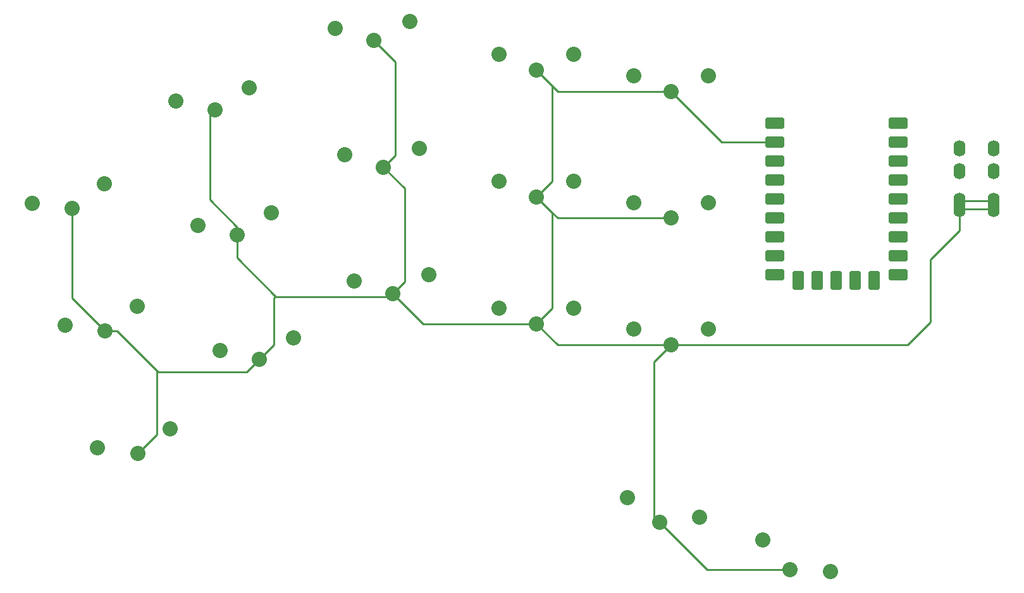
<source format=gbr>
%TF.GenerationSoftware,KiCad,Pcbnew,7.0.8-7.0.8~ubuntu23.04.1*%
%TF.CreationDate,2023-10-06T20:00:32+03:00*%
%TF.ProjectId,joyride,6a6f7972-6964-4652-9e6b-696361645f70,v1.0.0*%
%TF.SameCoordinates,Original*%
%TF.FileFunction,Copper,L2,Bot*%
%TF.FilePolarity,Positive*%
%FSLAX46Y46*%
G04 Gerber Fmt 4.6, Leading zero omitted, Abs format (unit mm)*
G04 Created by KiCad (PCBNEW 7.0.8-7.0.8~ubuntu23.04.1) date 2023-10-06 20:00:32*
%MOMM*%
%LPD*%
G01*
G04 APERTURE LIST*
G04 Aperture macros list*
%AMRoundRect*
0 Rectangle with rounded corners*
0 $1 Rounding radius*
0 $2 $3 $4 $5 $6 $7 $8 $9 X,Y pos of 4 corners*
0 Add a 4 corners polygon primitive as box body*
4,1,4,$2,$3,$4,$5,$6,$7,$8,$9,$2,$3,0*
0 Add four circle primitives for the rounded corners*
1,1,$1+$1,$2,$3*
1,1,$1+$1,$4,$5*
1,1,$1+$1,$6,$7*
1,1,$1+$1,$8,$9*
0 Add four rect primitives between the rounded corners*
20,1,$1+$1,$2,$3,$4,$5,0*
20,1,$1+$1,$4,$5,$6,$7,0*
20,1,$1+$1,$6,$7,$8,$9,0*
20,1,$1+$1,$8,$9,$2,$3,0*%
G04 Aperture macros list end*
%TA.AperFunction,ComponentPad*%
%ADD10C,2.032000*%
%TD*%
%TA.AperFunction,ComponentPad*%
%ADD11RoundRect,0.400050X-0.899950X-0.400050X0.899950X-0.400050X0.899950X0.400050X-0.899950X0.400050X0*%
%TD*%
%TA.AperFunction,ComponentPad*%
%ADD12RoundRect,0.393700X-0.393700X-0.906300X0.393700X-0.906300X0.393700X0.906300X-0.393700X0.906300X0*%
%TD*%
%TA.AperFunction,ComponentPad*%
%ADD13RoundRect,0.400000X-0.400000X-0.900000X0.400000X-0.900000X0.400000X0.900000X-0.400000X0.900000X0*%
%TD*%
%TA.AperFunction,ComponentPad*%
%ADD14RoundRect,0.400000X-0.900000X-0.400000X0.900000X-0.400000X0.900000X0.400000X-0.900000X0.400000X0*%
%TD*%
%TA.AperFunction,ComponentPad*%
%ADD15O,1.600000X2.200000*%
%TD*%
%TA.AperFunction,Conductor*%
%ADD16C,0.250000*%
%TD*%
G04 APERTURE END LIST*
D10*
%TO.P,S1,1*%
%TO.N,GP3*%
X91753959Y-105543874D03*
%TO.P,S1,2*%
%TO.N,GND*%
X97127108Y-106278223D03*
%TO.P,S1,1*%
%TO.N,GP3*%
X101413218Y-102955684D03*
%TO.P,S1,2*%
%TO.N,GND*%
X97127108Y-106278223D03*
%TD*%
%TO.P,S2,1*%
%TO.N,GP8*%
X87354035Y-89123135D03*
%TO.P,S2,2*%
%TO.N,GND*%
X92727184Y-89857484D03*
%TO.P,S2,1*%
%TO.N,GP8*%
X97013294Y-86534945D03*
%TO.P,S2,2*%
%TO.N,GND*%
X92727184Y-89857484D03*
%TD*%
%TO.P,S3,1*%
%TO.N,GP13*%
X82954112Y-72702396D03*
%TO.P,S3,2*%
%TO.N,GND*%
X88327261Y-73436745D03*
%TO.P,S3,1*%
%TO.N,GP13*%
X92613371Y-70114206D03*
%TO.P,S3,2*%
%TO.N,GND*%
X88327261Y-73436745D03*
%TD*%
%TO.P,S4,1*%
%TO.N,GP4*%
X108099918Y-92482629D03*
%TO.P,S4,2*%
%TO.N,GND*%
X113388618Y-93682485D03*
%TO.P,S4,1*%
%TO.N,GP4*%
X117947996Y-90746148D03*
%TO.P,S4,2*%
%TO.N,GND*%
X113388618Y-93682485D03*
%TD*%
%TO.P,S5,1*%
%TO.N,GP9*%
X105147898Y-75740897D03*
%TO.P,S5,2*%
%TO.N,GND*%
X110436598Y-76940753D03*
%TO.P,S5,1*%
%TO.N,GP9*%
X114995976Y-74004416D03*
%TO.P,S5,2*%
%TO.N,GND*%
X110436598Y-76940753D03*
%TD*%
%TO.P,S6,1*%
%TO.N,GP14*%
X102195879Y-58999165D03*
%TO.P,S6,2*%
%TO.N,GND*%
X107484579Y-60199021D03*
%TO.P,S6,1*%
%TO.N,GP14*%
X112043957Y-57262684D03*
%TO.P,S6,2*%
%TO.N,GND*%
X107484579Y-60199021D03*
%TD*%
%TO.P,S7,1*%
%TO.N,GP5*%
X126126455Y-83176184D03*
%TO.P,S7,2*%
%TO.N,GND*%
X131290456Y-84832414D03*
%TO.P,S7,1*%
%TO.N,GP5*%
X136088402Y-82304626D03*
%TO.P,S7,2*%
%TO.N,GND*%
X131290456Y-84832414D03*
%TD*%
%TO.P,S8,1*%
%TO.N,GP10*%
X124844046Y-66223443D03*
%TO.P,S8,2*%
%TO.N,GND*%
X130008047Y-67879673D03*
%TO.P,S8,1*%
%TO.N,GP10*%
X134805993Y-65351885D03*
%TO.P,S8,2*%
%TO.N,GND*%
X130008047Y-67879673D03*
%TD*%
%TO.P,S9,1*%
%TO.N,GP15*%
X123561638Y-49270702D03*
%TO.P,S9,2*%
%TO.N,GND*%
X128725639Y-50926932D03*
%TO.P,S9,1*%
%TO.N,GP15*%
X133523585Y-48399144D03*
%TO.P,S9,2*%
%TO.N,GND*%
X128725639Y-50926932D03*
%TD*%
%TO.P,S10,1*%
%TO.N,GP6*%
X145484033Y-86783906D03*
%TO.P,S10,2*%
%TO.N,GND*%
X150484033Y-88883906D03*
%TO.P,S10,1*%
%TO.N,GP6*%
X155484033Y-86783906D03*
%TO.P,S10,2*%
%TO.N,GND*%
X150484033Y-88883906D03*
%TD*%
%TO.P,S11,1*%
%TO.N,GP11*%
X145484033Y-69783906D03*
%TO.P,S11,2*%
%TO.N,GND*%
X150484033Y-71883906D03*
%TO.P,S11,1*%
%TO.N,GP11*%
X155484033Y-69783906D03*
%TO.P,S11,2*%
%TO.N,GND*%
X150484033Y-71883906D03*
%TD*%
%TO.P,S12,1*%
%TO.N,GP28*%
X145484033Y-52783906D03*
%TO.P,S12,2*%
%TO.N,GND*%
X150484033Y-54883906D03*
%TO.P,S12,1*%
%TO.N,GP28*%
X155484033Y-52783906D03*
%TO.P,S12,2*%
%TO.N,GND*%
X150484033Y-54883906D03*
%TD*%
%TO.P,S13,1*%
%TO.N,GP7*%
X163484033Y-89617239D03*
%TO.P,S13,2*%
%TO.N,GND*%
X168484033Y-91717239D03*
%TO.P,S13,1*%
%TO.N,GP7*%
X173484033Y-89617239D03*
%TO.P,S13,2*%
%TO.N,GND*%
X168484033Y-91717239D03*
%TD*%
%TO.P,S14,1*%
%TO.N,GP12*%
X163484033Y-72617239D03*
%TO.P,S14,2*%
%TO.N,GND*%
X168484033Y-74717239D03*
%TO.P,S14,1*%
%TO.N,GP12*%
X173484033Y-72617239D03*
%TO.P,S14,2*%
%TO.N,GND*%
X168484033Y-74717239D03*
%TD*%
%TO.P,S15,1*%
%TO.N,GP29*%
X163484033Y-55617239D03*
%TO.P,S15,2*%
%TO.N,GND*%
X168484033Y-57717239D03*
%TO.P,S15,1*%
%TO.N,GP29*%
X173484033Y-55617239D03*
%TO.P,S15,2*%
%TO.N,GND*%
X168484033Y-57717239D03*
%TD*%
%TO.P,S16,1*%
%TO.N,GP2*%
X162670891Y-112193662D03*
%TO.P,S16,2*%
%TO.N,GND*%
X166957001Y-115516201D03*
%TO.P,S16,1*%
%TO.N,GP2*%
X172330150Y-114781852D03*
%TO.P,S16,2*%
%TO.N,GND*%
X166957001Y-115516201D03*
%TD*%
%TO.P,S17,1*%
%TO.N,GP1*%
X180752740Y-117847424D03*
%TO.P,S17,2*%
%TO.N,GND*%
X184396780Y-121863762D03*
%TO.P,S17,1*%
%TO.N,GP1*%
X189815818Y-122073607D03*
%TO.P,S17,2*%
%TO.N,GND*%
X184396780Y-121863762D03*
%TD*%
D11*
%TO.P,RP2040Zero1,23*%
%TO.N,GP29*%
X182424033Y-69577239D03*
%TO.P,RP2040Zero1,22*%
%TO.N,GP28*%
X182424033Y-72117239D03*
%TO.P,RP2040Zero1,21*%
%TO.N,P3V3*%
X182424033Y-67037239D03*
%TO.P,RP2040Zero1,20*%
%TO.N,GND*%
X182424033Y-64497239D03*
%TO.P,RP2040Zero1,19*%
%TO.N,P5V*%
X182424033Y-61957239D03*
%TO.P,RP2040Zero1,18*%
%TO.N,GP27*%
X182424033Y-74657239D03*
%TO.P,RP2040Zero1,17*%
%TO.N,GP26*%
X182424033Y-77197239D03*
%TO.P,RP2040Zero1,16*%
%TO.N,GP15*%
X182424033Y-79737239D03*
%TO.P,RP2040Zero1,15*%
%TO.N,GP14*%
X182424033Y-82277239D03*
D12*
%TO.P,RP2040Zero1,14*%
%TO.N,GP13*%
X185564033Y-83087239D03*
%TO.P,RP2040Zero1,13*%
%TO.N,GP12*%
X188104033Y-83087239D03*
%TO.P,RP2040Zero1,12*%
%TO.N,GP11*%
X190644033Y-83087239D03*
%TO.P,RP2040Zero1,11*%
%TO.N,GP10*%
X193184033Y-83087239D03*
D13*
%TO.P,RP2040Zero1,10*%
%TO.N,GP9*%
X195724033Y-83087239D03*
D11*
%TO.P,RP2040Zero1,9*%
%TO.N,GP8*%
X198864033Y-82277239D03*
%TO.P,RP2040Zero1,8*%
%TO.N,GP7*%
X198864033Y-79737239D03*
%TO.P,RP2040Zero1,7*%
%TO.N,GP6*%
X198864033Y-77197239D03*
%TO.P,RP2040Zero1,6*%
%TO.N,GP5*%
X198864033Y-74657239D03*
D14*
%TO.P,RP2040Zero1,5*%
%TO.N,GP4*%
X198864033Y-72117239D03*
%TO.P,RP2040Zero1,4*%
%TO.N,GP3*%
X198864033Y-69577239D03*
%TO.P,RP2040Zero1,3*%
%TO.N,GP2*%
X198864033Y-67037239D03*
%TO.P,RP2040Zero1,2*%
%TO.N,GP1*%
X198864033Y-64497239D03*
%TO.P,RP2040Zero1,1*%
%TO.N,GP0*%
X198864033Y-61957239D03*
D11*
%TO.P,RP2040Zero1,23*%
%TO.N,GP29*%
X182424033Y-69577239D03*
%TO.P,RP2040Zero1,22*%
%TO.N,GP28*%
X182424033Y-72117239D03*
%TO.P,RP2040Zero1,21*%
%TO.N,P3V3*%
X182424033Y-67037239D03*
%TO.P,RP2040Zero1,20*%
%TO.N,GND*%
X182424033Y-64497239D03*
%TO.P,RP2040Zero1,19*%
%TO.N,P5V*%
X182424033Y-61957239D03*
%TO.P,RP2040Zero1,18*%
%TO.N,GP27*%
X182424033Y-74657239D03*
%TO.P,RP2040Zero1,17*%
%TO.N,GP26*%
X182424033Y-77197239D03*
%TO.P,RP2040Zero1,16*%
%TO.N,GP15*%
X182424033Y-79737239D03*
%TO.P,RP2040Zero1,15*%
%TO.N,GP14*%
X182424033Y-82277239D03*
D12*
%TO.P,RP2040Zero1,14*%
%TO.N,GP13*%
X185564033Y-83087239D03*
%TO.P,RP2040Zero1,13*%
%TO.N,GP12*%
X188104033Y-83087239D03*
%TO.P,RP2040Zero1,12*%
%TO.N,GP11*%
X190644033Y-83087239D03*
%TO.P,RP2040Zero1,11*%
%TO.N,GP10*%
X193184033Y-83087239D03*
D13*
%TO.P,RP2040Zero1,10*%
%TO.N,GP9*%
X195724033Y-83087239D03*
D11*
%TO.P,RP2040Zero1,9*%
%TO.N,GP8*%
X198864033Y-82277239D03*
%TO.P,RP2040Zero1,8*%
%TO.N,GP7*%
X198864033Y-79737239D03*
%TO.P,RP2040Zero1,7*%
%TO.N,GP6*%
X198864033Y-77197239D03*
%TO.P,RP2040Zero1,6*%
%TO.N,GP5*%
X198864033Y-74657239D03*
D14*
%TO.P,RP2040Zero1,5*%
%TO.N,GP4*%
X198864033Y-72117239D03*
%TO.P,RP2040Zero1,4*%
%TO.N,GP3*%
X198864033Y-69577239D03*
%TO.P,RP2040Zero1,3*%
%TO.N,GP2*%
X198864033Y-67037239D03*
%TO.P,RP2040Zero1,2*%
%TO.N,GP1*%
X198864033Y-64497239D03*
%TO.P,RP2040Zero1,1*%
%TO.N,GP0*%
X198864033Y-61957239D03*
%TD*%
D15*
%TO.P,TRRS1,1*%
%TO.N,GND*%
X211680000Y-73490000D03*
%TO.P,TRRS1,2*%
X207080000Y-72390000D03*
%TO.P,TRRS1,3*%
%TO.N,GP0*%
X207080000Y-68390000D03*
%TO.P,TRRS1,4*%
%TO.N,P3V3*%
X207080000Y-65390000D03*
%TO.P,TRRS1,1*%
%TO.N,GND*%
X207080000Y-73490000D03*
%TO.P,TRRS1,2*%
X211680000Y-72390000D03*
%TO.P,TRRS1,3*%
%TO.N,GP0*%
X211680000Y-68390000D03*
%TO.P,TRRS1,4*%
%TO.N,P3V3*%
X211680000Y-65390000D03*
%TD*%
D16*
%TO.N,GND*%
X203180000Y-80279682D02*
X203180000Y-88680000D01*
X207080000Y-76379682D02*
X203180000Y-80279682D01*
X203180000Y-88680000D02*
X200142761Y-91717239D01*
X207080000Y-72390000D02*
X207080000Y-76379682D01*
X200142761Y-91717239D02*
X168484033Y-91717239D01*
X211680000Y-72390000D02*
X207080000Y-72390000D01*
X211680000Y-73490000D02*
X207080000Y-73490000D01*
X168484033Y-57717239D02*
X175264033Y-64497239D01*
X175264033Y-64497239D02*
X183024033Y-64497239D01*
X150484033Y-54883906D02*
X153317366Y-57717239D01*
X153317366Y-57717239D02*
X168484033Y-57717239D01*
X152573533Y-73973406D02*
X151945064Y-73344936D01*
X151945064Y-73344936D02*
X150484033Y-71883906D01*
X168484033Y-74717239D02*
X153317367Y-74717239D01*
X153317367Y-74717239D02*
X151945064Y-73344936D01*
X150484033Y-71883906D02*
X152573533Y-69794406D01*
X152573533Y-69794406D02*
X152573533Y-56973406D01*
X152573533Y-56973406D02*
X150484033Y-54883906D01*
X150484033Y-88883906D02*
X152573533Y-86794406D01*
X152573533Y-86794406D02*
X152573533Y-73973406D01*
X130008047Y-67879673D02*
X131583328Y-66304392D01*
X131583328Y-66304392D02*
X131583328Y-53784621D01*
X131583328Y-53784621D02*
X128725639Y-50926932D01*
X131290456Y-84832414D02*
X132865737Y-83257133D01*
X132865737Y-83257133D02*
X132865737Y-70737363D01*
X132865737Y-70737363D02*
X130008047Y-67879673D01*
X110436598Y-76940753D02*
X110436598Y-75924753D01*
X110436598Y-75924753D02*
X106766159Y-72254314D01*
X106766159Y-72254314D02*
X106766159Y-60917441D01*
X106766159Y-60917441D02*
X107484579Y-60199021D01*
X92727184Y-89857484D02*
X88327261Y-85457561D01*
X88327261Y-85457561D02*
X88327261Y-73436745D01*
X130872870Y-85250000D02*
X115620000Y-85250000D01*
X115620000Y-85250000D02*
X115540000Y-85250000D01*
X110436598Y-76940753D02*
X110436598Y-80066598D01*
X110436598Y-80066598D02*
X115620000Y-85250000D01*
X111731103Y-95340000D02*
X99810000Y-95340000D01*
X99810000Y-95340000D02*
X99720000Y-95340000D01*
X94327484Y-89857484D02*
X99810000Y-95340000D01*
X92727184Y-89857484D02*
X94327484Y-89857484D01*
X99686768Y-103718563D02*
X97127108Y-106278223D01*
X113388618Y-93682485D02*
X111731103Y-95340000D01*
X99720000Y-95340000D02*
X99686768Y-95373232D01*
X99686768Y-95373232D02*
X99686768Y-103718563D01*
X115540000Y-85250000D02*
X115320000Y-85470000D01*
X131290456Y-84832414D02*
X130872870Y-85250000D01*
X115320000Y-85470000D02*
X115320000Y-91751103D01*
X115320000Y-91751103D02*
X113388618Y-93682485D01*
X150484033Y-88883906D02*
X135341948Y-88883906D01*
X135341948Y-88883906D02*
X131290456Y-84832414D01*
X168484033Y-91717239D02*
X153317366Y-91717239D01*
X153317366Y-91717239D02*
X150484033Y-88883906D01*
X166957001Y-115516201D02*
X166238581Y-114797781D01*
X166238581Y-114797781D02*
X166238581Y-93962691D01*
X166238581Y-93962691D02*
X168484033Y-91717239D01*
X184396780Y-121863762D02*
X173304562Y-121863762D01*
X173304562Y-121863762D02*
X166957001Y-115516201D01*
%TD*%
M02*

</source>
